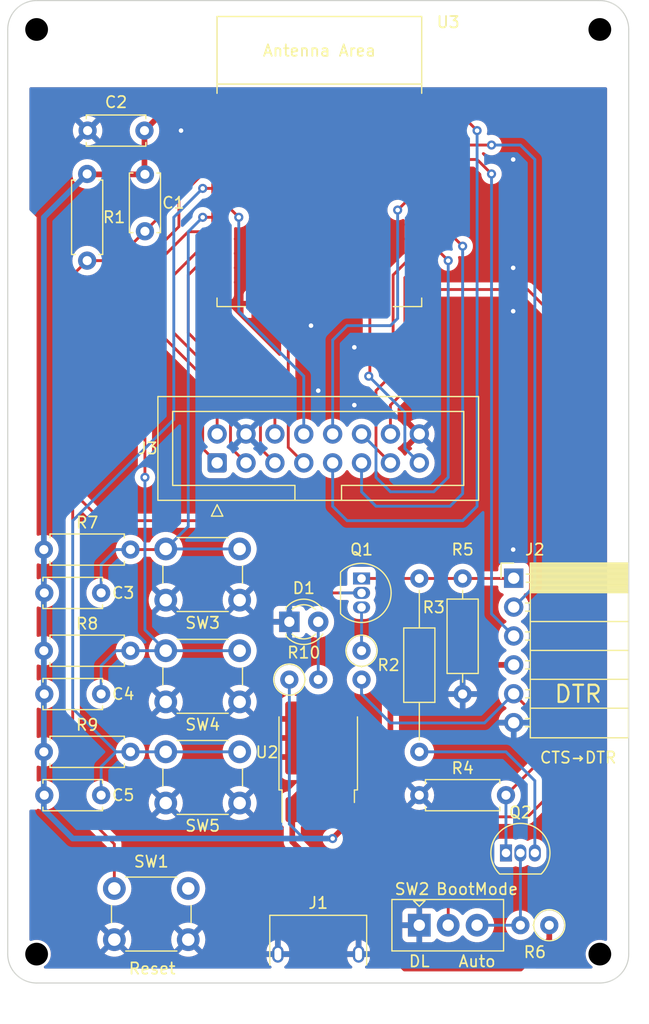
<source format=kicad_pcb>
(kicad_pcb (version 20221018) (generator pcbnew)
  (layers (0 "F.Cu" signal) (31 "B.Cu" signal) (34 "B.Paste" user) (35 "F.Paste" user) (36 "B.SilkS" user "B.Silkscreen") (37 "F.SilkS" user "F.Silkscreen") (38 "B.Mask" user) (39 "F.Mask" user) (44 "Edge.Cuts" user))
  (net 0 "")
  (net 1 "+3V3")
  (net 2 "Net-(Q2-C)")
  (net 3 "IO32")
  (net 4 "GND")
  (net 5 "EN")
  (net 6 "RX")
  (net 7 "TX")
  (net 8 "RTS")
  (net 9 "IO25")
  (net 10 "IO26")
  (net 11 "IO27")
  (net 12 "IO23")
  (net 13 "IO12")
  (net 14 "IO16")
  (net 15 "IO17")
  (net 16 "IO15")
  (net 17 "IO34")
  (net 18 "IO35")
  (net 19 "IO33")
  (net 20 "Net-(SW2A-B)")
  (net 21 "IO14")
  (net 22 "IO13")
  (net 23 "IO19")
  (net 24 "5V")
  (net 25 "IO4")
  (net 26 "IO5")
  (net 27 "DTR")
  (net 28 "Net-(Q1-B)")
  (net 29 "Net-(Q2-B)")
  (net 30 "Net-(D1-A)")
  (footprint "Resistor_THT:R_Axial_DIN0207_L6.3mm_D2.5mm_P2.54mm_Vertical" (layer "F.Cu") (at 67.31 82.55 -90)
    (fp_text reference "R2" (at 1.27 -2.37 -180) (layer "F.SilkS"))
    (fp_text value "47k")
    (pad "1" thru_hole circle (at 0 0 270) (size 1.6 1.6) (drill 0.8) (layers "*.Cu" "*.Mask") (net 28 "Net-(Q1-B)"))
    (pad "2" thru_hole oval (at 2.54 0 270) (size 1.6 1.6) (drill 0.8) (layers "*.Cu" "*.Mask") (net 27 "DTR"))
  )
  (footprint "Drill_Hole:Hole_M2" (layer "F.Cu") (at 38.735 109.22)
    (fp_text reference "REF**" hide)
    (fp_text value "Hole_M2")
    (pad "" np_thru_hole circle (at 0 0) (size 2 2) (drill 2) (layers "*.Mask"))
  )
  (footprint "Button_Switch_THT:SW_PUSH_6mm" (layer "F.Cu") (at 52.07 107.95 180)
    (fp_text reference "SW1" (at 3.25 6.858) (layer "F.SilkS"))
    (fp_text value "SW_Push")
    (fp_text user "Reset" (at 3.175 -2.54 unlocked) (layer "F.SilkS"))
    (pad "1" thru_hole circle (at 0 0 270) (size 2 2) (drill 1.1) (layers "*.Cu" "*.Mask") (net 4 "GND"))
    (pad "1" thru_hole circle (at 6.5 0 270) (size 2 2) (drill 1.1) (layers "*.Cu" "*.Mask") (net 4 "GND"))
    (pad "2" thru_hole circle (at 0 4.5 270) (size 2 2) (drill 1.1) (layers "*.Cu" "*.Mask") (net 5 "EN"))
    (pad "2" thru_hole circle (at 6.5 4.5 270) (size 2 2) (drill 1.1) (layers "*.Cu" "*.Mask") (net 5 "EN"))
  )
  (footprint "Button_Switch_THT:SW_Slide_1P2T_P2.54" (layer "F.Cu") (at 72.39 106.68)
    (fp_text reference "SW2" (at -0.635 -3.175) (layer "F.SilkS"))
    (fp_text value "SlideSW")
    (fp_text user "DL" (at 0 3.175 unlocked) (layer "F.SilkS"))
    (fp_text user "Auto" (at 5.08 3.175 unlocked) (layer "F.SilkS"))
    (fp_text user "BootMode" (at 5.08 -3.175 unlocked) (layer "F.SilkS"))
    (pad "1" thru_hole rect (at 0 0) (size 2 2) (drill 1) (layers "*.Cu" "*.Mask") (net 4 "GND"))
    (pad "2" thru_hole circle (at 2.54 0) (size 2 2) (drill 1) (layers "*.Cu" "*.Mask") (net 20 "Net-(SW2A-B)"))
    (pad "3" thru_hole circle (at 5.08 0) (size 2 2) (drill 1) (layers "*.Cu" "*.Mask") (net 2 "Net-(Q2-C)"))
  )
  (footprint "PCM_Espressif:ESP32-WROOM-32E" (layer "F.Cu") (at 63.6 41.3)
    (fp_text reference "U3" (at 11.33 -13.995) (layer "F.SilkS"))
    (fp_text value "ESP32-WROOM-32E")
    (fp_text user "Antenna Area" (at 0 -11.5) (layer "F.SilkS"))
    (pad "1" smd rect (at -8.75 -7.01) (size 1.5 0.9) (layers "F.Cu" "F.Paste" "F.Mask") (net 4 "GND"))
    (pad "2" smd rect (at -8.75 -5.74) (size 1.5 0.9) (layers "F.Cu" "F.Paste" "F.Mask") (net 1 "+3V3"))
    (pad "3" smd rect (at -8.75 -4.47) (size 1.5 0.9) (layers "F.Cu" "F.Paste" "F.Mask") (net 5 "EN"))
    (pad "4" smd rect (at -8.75 -3.2) (size 1.5 0.9) (layers "F.Cu" "F.Paste" "F.Mask"))
    (pad "5" smd rect (at -8.75 -1.93) (size 1.5 0.9) (layers "F.Cu" "F.Paste" "F.Mask"))
    (pad "6" smd rect (at -8.75 -0.66) (size 1.5 0.9) (layers "F.Cu" "F.Paste" "F.Mask") (net 17 "IO34"))
    (pad "7" smd rect (at -8.75 0.61) (size 1.5 0.9) (layers "F.Cu" "F.Paste" "F.Mask") (net 18 "IO35"))
    (pad "8" smd rect (at -8.75 1.88) (size 1.5 0.9) (layers "F.Cu" "F.Paste" "F.Mask") (net 3 "IO32"))
    (pad "9" smd rect (at -8.75 3.15) (size 1.5 0.9) (layers "F.Cu" "F.Paste" "F.Mask") (net 19 "IO33"))
    (pad "10" smd rect (at -8.75 4.42) (size 1.5 0.9) (layers "F.Cu" "F.Paste" "F.Mask") (net 9 "IO25"))
    (pad "11" smd rect (at -8.75 5.69) (size 1.5 0.9) (layers "F.Cu" "F.Paste" "F.Mask") (net 10 "IO26"))
    (pad "12" smd rect (at -8.75 6.96) (size 1.5 0.9) (layers "F.Cu" "F.Paste" "F.Mask") (net 11 "IO27"))
    (pad "13" smd rect (at -8.75 8.23) (size 1.5 0.9) (layers "F.Cu" "F.Paste" "F.Mask") (net 21 "IO14"))
    (pad "14" smd rect (at -8.75 9.5) (size 1.5 0.9) (layers "F.Cu" "F.Paste" "F.Mask") (net 13 "IO12"))
    (pad "15" smd rect (at -5.72 10.75 90) (size 1.5 0.9) (layers "F.Cu" "F.Paste" "F.Mask") (net 4 "GND"))
    (pad "16" smd rect (at -4.45 10.75 90) (size 1.5 0.9) (layers "F.Cu" "F.Paste" "F.Mask") (net 22 "IO13"))
    (pad "17" smd rect (at -3.18 10.75 90) (size 1.5 0.9) (layers "F.Cu" "F.Paste" "F.Mask"))
    (pad "18" smd rect (at -1.91 10.75 90) (size 1.5 0.9) (layers "F.Cu" "F.Paste" "F.Mask"))
    (pad "19" smd rect (at -0.64 10.75 90) (size 1.5 0.9) (layers "F.Cu" "F.Paste" "F.Mask"))
    (pad "20" smd rect (at 0.63 10.75 90) (size 1.5 0.9) (layers "F.Cu" "F.Paste" "F.Mask"))
    (pad "21" smd rect (at 1.9 10.75 90) (size 1.5 0.9) (layers "F.Cu" "F.Paste" "F.Mask"))
    (pad "22" smd rect (at 3.17 10.75 90) (size 1.5 0.9) (layers "F.Cu" "F.Paste" "F.Mask"))
    (pad "23" smd rect (at 4.44 10.75 90) (size 1.5 0.9) (layers "F.Cu" "F.Paste" "F.Mask") (net 16 "IO15"))
    (pad "24" smd rect (at 5.71 10.75 90) (size 1.5 0.9) (layers "F.Cu" "F.Paste" "F.Mask"))
    (pad "25" smd rect (at 8.75 9.5 180) (size 1.5 0.9) (layers "F.Cu" "F.Paste" "F.Mask") (net 20 "Net-(SW2A-B)"))
    (pad "26" smd rect (at 8.75 8.23 180) (size 1.5 0.9) (layers "F.Cu" "F.Paste" "F.Mask") (net 25 "IO4"))
    (pad "27" smd rect (at 8.75 6.96 180) (size 1.5 0.9) (layers "F.Cu" "F.Paste" "F.Mask") (net 14 "IO16"))
    (pad "28" smd rect (at 8.75 5.69 180) (size 1.5 0.9) (layers "F.Cu" "F.Paste" "F.Mask") (net 15 "IO17"))
    (pad "29" smd rect (at 8.75 4.42 180) (size 1.5 0.9) (layers "F.Cu" "F.Paste" "F.Mask") (net 26 "IO5"))
    (pad "30" smd rect (at 8.75 3.15 180) (size 1.5 0.9) (layers "F.Cu" "F.Paste" "F.Mask"))
    (pad "31" smd rect (at 8.75 1.88 180) (size 1.5 0.9) (layers "F.Cu" "F.Paste" "F.Mask") (net 23 "IO19"))
    (pad "32" smd rect (at 8.75 0.61 180) (size 1.5 0.9) (layers "F.Cu" "F.Paste" "F.Mask"))
    (pad "33" smd rect (at 8.75 -0.66 180) (size 1.5 0.9) (layers "F.Cu" "F.Paste" "F.Mask"))
    (pad "34" smd rect (at 8.75 -1.93 180) (size 1.5 0.9) (layers "F.Cu" "F.Paste" "F.Mask") (net 6 "RX"))
    (pad "35" smd rect (at 8.75 -3.2 180) (size 1.5 0.9) (layers "F.Cu" "F.Paste" "F.Mask") (net 7 "TX"))
    (pad "36" smd rect (at 8.75 -4.47 180) (size 1.5 0.9) (layers "F.Cu" "F.Paste" "F.Mask"))
    (pad "37" smd rect (at 8.75 -5.74 180) (size 1.5 0.9) (layers "F.Cu" "F.Paste" "F.Mask") (net 12 "IO23"))
    (pad "38" smd rect (at 8.75 -7.01 180) (size 1.5 0.9) (layers "F.Cu" "F.Paste" "F.Mask") (net 4 "GND"))
    (pad "39" smd rect (at -2.9 -0.69 180) (size 0.9 0.9) (layers "F.Cu" "F.Paste" "F.Mask") (net 4 "GND"))
    (pad "39" smd rect (at -2.9 -0.69 180) (size 0.9 0.9) (layers "F.Cu" "F.Paste" "F.Mask") (net 4 "GND"))
    (pad "39" smd rect (at -2.9 0.71 180) (size 0.9 0.9) (layers "F.Cu" "F.Paste" "F.Mask") (net 4 "GND"))
    (pad "39" smd rect (at -2.9 2.11 180) (size 0.9 0.9) (layers "F.Cu" "F.Paste" "F.Mask") (net 4 "GND"))
    (pad "39" smd rect (at -2.9 2.11 180) (size 0.9 0.9) (layers "F.Cu" "F.Paste" "F.Mask") (net 4 "GND"))
    (pad "39" smd rect (at -1.5 -0.69 180) (size 0.9 0.9) (layers "F.Cu" "F.Paste" "F.Mask") (net 4 "GND"))
    (pad "39" smd rect (at -1.5 0.71 180) (size 0.9 0.9) (layers "F.Cu" "F.Paste" "F.Mask") (net 4 "GND"))
    (pad "39" smd rect (at -1.5 2.11 180) (size 0.9 0.9) (layers "F.Cu" "F.Paste" "F.Mask") (net 4 "GND"))
    (pad "39" smd rect (at -1.5 2.11 180) (size 0.9 0.9) (layers "F.Cu" "F.Paste" "F.Mask") (net 4 "GND"))
    (pad "39" smd rect (at -0.1 -0.69 180) (size 0.9 0.9) (layers "F.Cu" "F.Paste" "F.Mask") (net 4 "GND"))
    (pad "39" smd rect (at -0.1 0.71 180) (size 0.9 0.9) (layers "F.Cu" "F.Paste" "F.Mask") (net 4 "GND"))
    (pad "39" smd rect (at -0.1 2.11 180) (size 0.9 0.9) (layers "F.Cu" "F.Paste" "F.Mask") (net 4 "GND"))
    (zone (net 0) (net_name "") (layers "*.Cu") (name "antenna keepout") (connect_pads (clearance 0)) (min_thickness 0.254)
      (keepout (tracks not_allowed) (vias not_allowed) (pads not_allowed) (copperpour not_allowed) (footprints not_allowed))
      (fill (thermal_gap 0.508) (thermal_bridge_width 0.508))
      (polygon (pts (xy 72.6 32.75) (xy 54.6 32.75) (xy 54.6 26.8) (xy 72.6 26.8)))
    )
  )
  (footprint "Capacitor_THT:C_Disc_D5.0mm_W2.5mm_P5.00mm" (layer "F.Cu") (at 39.41 86.36)
    (fp_text reference "C4" (at 6.945 0) (layer "F.SilkS"))
    (fp_text value "0.1u")
    (pad "1" thru_hole circle (at 0 0) (size 1.6 1.6) (drill 0.8) (layers "*.Cu" "*.Mask") (net 1 "+3V3"))
    (pad "2" thru_hole circle (at 5 0) (size 1.6 1.6) (drill 0.8) (layers "*.Cu" "*.Mask") (net 17 "IO34"))
  )
  (footprint "Capacitor_THT:C_Disc_D5.0mm_W2.5mm_P5.00mm" (layer "F.Cu") (at 43.22 36.83)
    (fp_text reference "C2" (at 2.5 -2.5) (layer "F.SilkS"))
    (fp_text value "0.1u")
    (pad "1" thru_hole circle (at 0 0) (size 1.6 1.6) (drill 0.8) (layers "*.Cu" "*.Mask") (net 4 "GND"))
    (pad "2" thru_hole circle (at 5 0) (size 1.6 1.6) (drill 0.8) (layers "*.Cu" "*.Mask") (net 1 "+3V3"))
  )
  (footprint "Connector_USB:USB_Micro-B_Useconn_RUSB-2B-D14NI-S306_Horizontal" (layer "F.Cu") (at 63.5 109.22)
    (fp_text reference "J1" (at 0 -4.5) (layer "F.SilkS"))
    (fp_text value "USB_B_Micro")
    (pad "1" smd roundrect (at -1.3 -5.9) (size 0.9 4.5) (layers "F.Cu" "F.Paste" "F.Mask") (net 24 "5V"))
    (pad "5" smd roundrect (at 1.3 -5.9) (size 0.9 4.5) (layers "F.Cu" "F.Paste" "F.Mask") (net 4 "GND"))
    (pad "6" thru_hole oval (at -3.55 0 90) (size 1.5 1) (drill oval 1.1 0.6) (layers "*.Cu" "*.Mask" "F.Paste") (net 4 "GND"))
    (pad "6" thru_hole oval (at 3.55 0 90) (size 1.5 1) (drill oval 1.1 0.6) (layers "*.Cu" "*.Mask" "F.Paste") (net 4 "GND"))
  )
  (footprint "Resistor_THT:R_Axial_DIN0207_L6.3mm_D2.5mm_P2.54mm_Vertical" (layer "F.Cu") (at 83.82 106.68 180)
    (fp_text reference "R6" (at 1.27 -2.37) (layer "F.SilkS"))
    (fp_text value "10k")
    (pad "1" thru_hole circle (at 0 0 180) (size 1.6 1.6) (drill 0.8) (layers "*.Cu" "*.Mask") (net 1 "+3V3"))
    (pad "2" thru_hole oval (at 2.54 0 180) (size 1.6 1.6) (drill 0.8) (layers "*.Cu" "*.Mask") (net 2 "Net-(Q2-C)"))
  )
  (footprint "Capacitor_THT:C_Disc_D5.0mm_W2.5mm_P5.00mm" (layer "F.Cu") (at 39.41 77.47)
    (fp_text reference "C3" (at 6.945 0) (layer "F.SilkS"))
    (fp_text value "0.1u")
    (pad "1" thru_hole circle (at 0 0) (size 1.6 1.6) (drill 0.8) (layers "*.Cu" "*.Mask") (net 1 "+3V3"))
    (pad "2" thru_hole circle (at 5 0) (size 1.6 1.6) (drill 0.8) (layers "*.Cu" "*.Mask") (net 19 "IO33"))
  )
  (footprint "Capacitor_THT:C_Disc_D5.0mm_W2.5mm_P5.00mm" (layer "F.Cu") (at 39.41 95.25)
    (fp_text reference "C5" (at 6.945 0) (layer "F.SilkS"))
    (fp_text value "0.1u")
    (pad "1" thru_hole circle (at 0 0) (size 1.6 1.6) (drill 0.8) (layers "*.Cu" "*.Mask") (net 1 "+3V3"))
    (pad "2" thru_hole circle (at 5 0) (size 1.6 1.6) (drill 0.8) (layers "*.Cu" "*.Mask") (net 18 "IO35"))
  )
  (footprint "Drill_Hole:Hole_M2" (layer "F.Cu") (at 88.265 109.22)
    (fp_text reference "REF**" hide)
    (fp_text value "Hole_M2")
    (pad "" np_thru_hole circle (at 0 0) (size 2 2) (drill 2) (layers "*.Mask"))
  )
  (footprint "LED_THT:LED_D3.0mm_IRBlack" (layer "F.Cu") (at 60.96 80.01)
    (fp_text reference "D1" (at 1.27 -2.96) (layer "F.SilkS"))
    (fp_text value "OSB5YU3Z74A")
    (pad "1" thru_hole rect (at 0 0) (size 1.8 1.8) (drill 0.9) (layers "*.Cu" "*.Mask") (net 4 "GND"))
    (pad "2" thru_hole circle (at 2.54 0) (size 1.8 1.8) (drill 0.9) (layers "*.Cu" "*.Mask") (net 30 "Net-(D1-A)"))
  )
  (footprint "Button_Switch_THT:SW_PUSH_6mm" (layer "F.Cu") (at 56.59 95.94 180)
    (fp_text reference "SW5" (at 3.25 -2) (layer "F.SilkS"))
    (fp_text value "SW_Push")
    (pad "1" thru_hole circle (at 0 0 270) (size 2 2) (drill 1.1) (layers "*.Cu" "*.Mask") (net 4 "GND"))
    (pad "1" thru_hole circle (at 6.5 0 270) (size 2 2) (drill 1.1) (layers "*.Cu" "*.Mask") (net 4 "GND"))
    (pad "2" thru_hole circle (at 0 4.5 270) (size 2 2) (drill 1.1) (layers "*.Cu" "*.Mask") (net 18 "IO35"))
    (pad "2" thru_hole circle (at 6.5 4.5 270) (size 2 2) (drill 1.1) (layers "*.Cu" "*.Mask") (net 18 "IO35"))
  )
  (footprint "Connector_IDC:IDC-Header_2x08_P2.54mm_Vertical" (layer "F.Cu") (at 54.61 66.04 90)
    (fp_text reference "J3" (at 1.27 -6.1 180) (layer "F.SilkS"))
    (fp_text value "Box_PinSocket_16P")
    (pad "1" thru_hole roundrect (at 0 0 90) (size 1.7 1.7) (drill 1) (layers "*.Cu" "*.Mask") (roundrect_rratio 0.1470588235) (net 9 "IO25"))
    (pad "2" thru_hole circle (at 2.54 0 90) (size 1.7 1.7) (drill 1) (layers "*.Cu" "*.Mask") (net 10 "IO26"))
    (pad "3" thru_hole circle (at 0 2.54 90) (size 1.7 1.7) (drill 1) (layers "*.Cu" "*.Mask") (net 11 "IO27"))
    (pad "4" thru_hole circle (at 2.54 2.54 90) (size 1.7 1.7) (drill 1) (layers "*.Cu" "*.Mask") (net 4 "GND"))
    (pad "5" thru_hole circle (at 0 5.08 90) (size 1.7 1.7) (drill 1) (layers "*.Cu" "*.Mask") (net 21 "IO14"))
    (pad "6" thru_hole circle (at 2.54 5.08 90) (size 1.7 1.7) (drill 1) (layers "*.Cu" "*.Mask") (net 13 "IO12"))
    (pad "7" thru_hole circle (at 0 7.62 90) (size 1.7 1.7) (drill 1) (layers "*.Cu" "*.Mask") (net 22 "IO13"))
    (pad "8" thru_hole circle (at 2.54 7.62 90) (size 1.7 1.7) (drill 1) (layers "*.Cu" "*.Mask") (net 3 "IO32"))
    (pad "9" thru_hole circle (at 0 10.16 90) (size 1.7 1.7) (drill 1) (layers "*.Cu" "*.Mask") (net 12 "IO23"))
    (pad "10" thru_hole circle (at 2.54 10.16 90) (size 1.7 1.7) (drill 1) (layers "*.Cu" "*.Mask") (net 23 "IO19"))
    (pad "11" thru_hole circle (at 0 12.7 90) (size 1.7 1.7) (drill 1) (layers "*.Cu" "*.Mask") (net 26 "IO5"))
    (pad "12" thru_hole circle (at 2.54 12.7 90) (size 1.7 1.7) (drill 1) (layers "*.Cu" "*.Mask") (net 15 "IO17"))
    (pad "13" thru_hole circle (at 0 15.24 90) (size 1.7 1.7) (drill 1) (layers "*.Cu" "*.Mask") (net 14 "IO16"))
    (pad "14" thru_hole circle (at 2.54 15.24 90) (size 1.7 1.7) (drill 1) (layers "*.Cu" "*.Mask") (net 25 "IO4"))
    (pad "15" thru_hole circle (at 0 17.78 90) (size 1.7 1.7) (drill 1) (layers "*.Cu" "*.Mask") (net 16 "IO15"))
    (pad "16" thru_hole circle (at 2.54 17.78 90) (size 1.7 1.7) (drill 1) (layers "*.Cu" "*.Mask") (net 4 "GND"))
  )
  (footprint "Resistor_THT:R_Axial_DIN0207_L6.3mm_D2.5mm_P7.62mm_Horizontal" (layer "F.Cu") (at 39.37 73.66)
    (fp_text reference "R7" (at 3.81 -2.37) (layer "F.SilkS"))
    (fp_text value "10k")
    (pad "1" thru_hole circle (at 0 0) (size 1.6 1.6) (drill 0.8) (layers "*.Cu" "*.Mask") (net 1 "+3V3"))
    (pad "2" thru_hole oval (at 7.62 0) (size 1.6 1.6) (drill 0.8) (layers "*.Cu" "*.Mask") (net 19 "IO33"))
  )
  (footprint "Resistor_THT:R_Axial_DIN0207_L6.3mm_D2.5mm_P10.16mm_Horizontal" (layer "F.Cu") (at 76.2 76.2 -90)
    (fp_text reference "R5" (at -2.54 0) (layer "F.SilkS"))
    (fp_text value "470k")
    (pad "1" thru_hole circle (at 0 0 270) (size 1.6 1.6) (drill 0.8) (layers "*.Cu" "*.Mask") (net 8 "RTS"))
    (pad "2" thru_hole oval (at 10.16 0 270) (size 1.6 1.6) (drill 0.8) (layers "*.Cu" "*.Mask") (net 4 "GND"))
  )
  (footprint "Connector_PinSocket_2.54mm:PinSocket_1x06_P2.54mm_Horizontal" (layer "F.Cu") (at 80.69 88.875 180)
    (fp_text reference "J2" (at -1.86 15.215) (layer "F.SilkS"))
    (fp_text value "Conn_01x06_Socket")
    (fp_text user "DTR" (at -5.67 2.515 unlocked) (layer "F.SilkS") (effects (font (size 1.5 1.5) (thickness 0.2))))
    (fp_text user "CTS→DTR" (at -5.67 -3.073 unlocked) (layer "F.SilkS"))
    (pad "1" thru_hole rect (at 0 12.7 180) (size 1.7 1.7) (drill 1) (layers "*.Cu" "*.Mask") (net 8 "RTS"))
    (pad "2" thru_hole oval (at 0 10.16 180) (size 1.7 1.7) (drill 1) (layers "*.Cu" "*.Mask") (net 7 "TX"))
    (pad "3" thru_hole oval (at 0 7.62 180) (size 1.7 1.7) (drill 1) (layers "*.Cu" "*.Mask") (net 6 "RX"))
    (pad "4" thru_hole oval (at 0 5.08 180) (size 1.7 1.7) (drill 1) (layers "*.Cu" "*.Mask") (net 24 "5V"))
    (pad "5" thru_hole oval (at 0 2.54 180) (size 1.7 1.7) (drill 1) (layers "*.Cu" "*.Mask") (net 27 "DTR"))
    (pad "6" thru_hole oval (at 0 0 180) (size 1.7 1.7) (drill 1) (layers "*.Cu" "*.Mask") (net 4 "GND"))
  )
  (footprint "Button_Switch_THT:SW_PUSH_6mm" (layer "F.Cu") (at 56.59 78.105 180)
    (fp_text reference "SW3" (at 3.25 -2) (layer "F.SilkS"))
    (fp_text value "SW_Push")
    (pad "1" thru_hole circle (at 0 0 270) (size 2 2) (drill 1.1) (layers "*.Cu" "*.Mask") (net 4 "GND"))
    (pad "1" thru_hole circle (at 6.5 0 270) (size 2 2) (drill 1.1) (layers "*.Cu" "*.Mask") (net 4 "GND"))
    (pad "2" thru_hole circle (at 0 4.5 270) (size 2 2) (drill 1.1) (layers "*.Cu" "*.Mask") (net 19 "IO33"))
    (pad "2" thru_hole circle (at 6.5 4.5 270) (size 2 2) (drill 1.1) (layers "*.Cu" "*.Mask") (net 19 "IO33"))
  )
  (footprint "Resistor_THT:R_Axial_DIN0207_L6.3mm_D2.5mm_P7.62mm_Horizontal" (layer "F.Cu") (at 43.18 40.64 -90)
    (fp_text reference "R1" (at 3.81 -2.37 -180) (layer "F.SilkS"))
    (fp_text value "10k")
    (pad "1" thru_hole circle (at 0 0 270) (size 1.6 1.6) (drill 0.8) (layers "*.Cu" "*.Mask") (net 1 "+3V3"))
    (pad "2" thru_hole oval (at 7.62 0 270) (size 1.6 1.6) (drill 0.8) (layers "*.Cu" "*.Mask") (net 5 "EN"))
  )
  (footprint "Capacitor_THT:C_Disc_D5.0mm_W2.5mm_P5.00mm" (layer "F.Cu") (at 48.26 40.68 -90)
    (fp_text reference "C1" (at 2.5 -2.5 -180) (layer "F.SilkS"))
    (fp_text value "0.1u")
    (pad "1" thru_hole circle (at 0 0 270) (size 1.6 1.6) (drill 0.8) (layers "*.Cu" "*.Mask") (net 1 "+3V3"))
    (pad "2" thru_hole circle (at 5 0 270) (size 1.6 1.6) (drill 0.8) (layers "*.Cu" "*.Mask") (net 5 "EN"))
  )
  (footprint "Resistor_THT:R_Axial_DIN0207_L6.3mm_D2.5mm_P7.62mm_Horizontal" (layer "F.Cu") (at 72.39 95.25)
    (fp_text reference "R4" (at 3.81 -2.37) (layer "F.SilkS"))
    (fp_text value "470k")
    (pad "1" thru_hole circle (at 0 0) (size 1.6 1.6) (drill 0.8) (layers "*.Cu" "*.Mask") (net 4 "GND"))
    (pad "2" thru_hole oval (at 7.62 0) (size 1.6 1.6) (drill 0.8) (layers "*.Cu" "*.Mask") (net 27 "DTR"))
  )
  (footprint "Drill_Hole:Hole_M2" (layer "F.Cu") (at 38.735 27.94)
    (fp_text reference "REF**" hide)
    (fp_text value "Hole_M2")
    (pad "" np_thru_hole circle (at 0 0) (size 2 2) (drill 2) (layers "*.Mask"))
  )
  (footprint "Resistor_THT:R_Axial_DIN0207_L6.3mm_D2.5mm_P7.62mm_Horizontal" (layer "F.Cu") (at 39.37 82.55)
    (fp_text reference "R8" (at 3.81 -2.37) (layer "F.SilkS"))
    (fp_text value "10k")
    (pad "1" thru_hole circle (at 0 0) (size 1.6 1.6) (drill 0.8) (layers "*.Cu" "*.Mask") (net 1 "+3V3"))
    (pad "2" thru_hole oval (at 7.62 0) (size 1.6 1.6) (drill 0.8) (layers "*.Cu" "*.Mask") (net 17 "IO34"))
  )
  (footprint "Resistor_THT:R_Axial_DIN0207_L6.3mm_D2.5mm_P2.54mm_Vertical" (layer "F.Cu") (at 60.96 85.09)
    (fp_text reference "R10" (at 1.27 -2.37) (layer "F.SilkS"))
    (fp_text value "22")
    (pad "1" thru_hole circle (at 0 0) (size 1.6 1.6) (drill 0.8) (layers "*.Cu" "*.Mask") (net 1 "+3V3"))
    (pad "2" thru_hole oval (at 2.54 0) (size 1.6 1.6) (drill 0.8) (layers "*.Cu" "*.Mask") (net 30 "Net-(D1-A)"))
  )
  (footprint "Drill_Hole:Hole_M2" (layer "F.Cu") (at 88.265 27.94)
    (fp_text reference "REF**" hide)
    (fp_text value "Hole_M2")
    (pad "" np_thru_hole circle (at 0 0) (size 2 2) (drill 2) (layers "*.Mask"))
  )
  (footprint "Package_TO_SOT_SMD:TO-252-3_TabPin2" (layer "F.Cu") (at 63.5 91.48 90)
    (fp_text reference "U2" (at 0 -4.5 180) (layer "F.SilkS"))
    (fp_text value "NJM2845DL1-33")
    (pad "1" smd roundrect (at -5.04 -2.28 90) (size 2.2 1.2) (layers "F.Cu" "F.Paste" "F.Mask") (roundrect_rratio 0.2083333333) (net 24 "5V"))
    (pad "2" smd roundrect (at -5.04 0 90) (size 2.2 1.2) (layers "F.Cu" "F.Paste" "F.Mask") (roundrect_rratio 0.2083333333) (net 4 "GND"))
    (pad "2" smd roundrect (at -0.415 -1.525 90) (size 3.05 2.75) (layers "F.Cu" "F.Paste") (roundrect_rratio 0.09090909091) (net 4 "GND"))
    (pad "2" smd roundrect (at -0.415 1.525 90) (size 3.05 2.75) (layers "F.Cu" "F.Paste") (roundrect_rratio 0.09090909091) (net 4 "GND"))
    (pad "2" smd roundrect (at 1.26 0 90) (size 6.4 5.8) (layers "F.Cu" "F.Mask") (roundrect_rratio 0.04310293103) (net 4 "GND"))
    (pad "2" smd roundrect (at 2.935 -1.525 90) (size 3.05 2.75) (layers "F.Cu" "F.Paste") (roundrect_rratio 0.09090909091) (net 4 "GND"))
    (pad "2" smd roundrect (at 2.935 1.525 90) (size 3.05 2.75) (layers "F.Cu" "F.Paste") (roundrect_rratio 0.09090909091) (net 4 "GND"))
    (pad "3" smd roundrect (at -5.04 2.28 90) (size 2.2 1.2) (layers "F.Cu" "F.Paste" "F.Mask") (roundrect_rratio 0.2083333333) (net 1 "+3V3"))
  )
  (footprint "Resistor_THT:R_Axial_DIN0207_L6.3mm_D2.5mm_P7.62mm_Horizontal" (layer "F.Cu") (at 39.37 91.44)
    (fp_text reference "R9" (at 3.81 -2.37) (layer "F.SilkS"))
    (fp_text value "10k")
    (pad "1" thru_hole circle (at 0 0) (size 1.6 1.6) (drill 0.8) (layers "*.Cu" "*.Mask") (net 1 "+3V3"))
    (pad "2" thru_hole oval (at 7.62 0) (size 1.6 1.6) (drill 0.8) (layers "*.Cu" "*.Mask") (net 18 "IO35"))
  )
  (footprint "Package_TO_SOT_THT:TO-92_Inline" (layer "F.Cu") (at 67.31 76.2 -90)
    (fp_text reference "Q1" (at -2.54 0 -180) (layer "F.SilkS"))
    (fp_text value "2SC1815")
    (pad "1" thru_hole rect (at 0 0 270) (size 1.05 1.5) (drill 0.75) (layers "*.Cu" "*.Mask") (net 8 "RTS"))
    (pad "2" thru_hole oval (at 1.27 0 270) (size 1.05 1.5) (drill 0.75) (layers "*.Cu" "*.Mask") (net 5 "EN"))
    (pad "3" thru_hole oval (at 2.54 0 270) (size 1.05 1.5) (drill 0.75) (layers "*.Cu" "*.Mask") (net 28 "Net-(Q1-B)"))
  )
  (footprint "Button_Switch_THT:SW_PUSH_6mm" (layer "F.Cu") (at 56.59 87.05 180)
    (fp_text reference "SW4" (at 3.25 -2) (layer "F.SilkS"))
    (fp_text value "SW_Push")
    (pad "1" thru_hole circle (at 0 0 270) (size 2 2) (drill 1.1) (layers "*.Cu" "*.Mask") (net 4 "GND"))
    (pad "1" thru_hole circle (at 6.5 0 270) (size 2 2) (drill 1.1) (layers "*.Cu" "*.Mask") (net 4 "GND"))
    (pad "2" thru_hole circle (at 0 4.5 270) (size 2 2) (drill 1.1) (layers "*.Cu" "*.Mask") (net 17 "IO34"))
    (pad "2" thru_hole circle (at 6.5 4.5 270) (size 2 2) (drill 1.1) (layers "*.Cu" "*.Mask") (net 17 "IO34"))
  )
  (footprint "Package_TO_SOT_THT:TO-92_Inline" (layer "F.Cu") (at 80.01 100.33)
    (fp_text reference "Q2" (at 1.27 -3.56) (layer "F.SilkS"))
    (fp_text value "2SC1815")
    (pad "1" thru_hole rect (at 0 0) (size 1.05 1.5) (drill 0.75) (layers "*.Cu" "*.Mask") (net 27 "DTR"))
    (pad "2" thru_hole oval (at 1.27 0) (size 1.05 1.5) (drill 0.75) (layers "*.Cu" "*.Mask") (net 2 "Net-(Q2-C)"))
    (pad "3" thru_hole oval (at 2.54 0) (size 1.05 1.5) (drill 0.75) (layers "*.Cu" "*.Mask") (net 29 "Net-(Q2-B)"))
  )
  (footprint "Resistor_THT:R_Axial_DIN0207_L6.3mm_D2.5mm_P15.24mm_Horizontal" (layer "F.Cu") (at 72.39 91.44 90)
    (fp_text reference "R3" (at 12.7 1.27 180) (layer "F.SilkS"))
    (fp_text value "47k")
    (pad "1" thru_hole circle (at 0 0 90) (size 1.6 1.6) (drill 0.8) (layers "*.Cu" "*.Mask") (net 29 "Net-(Q2-B)"))
    (pad "2" thru_hole oval (at 15.24 0 90) (size 1.6 1.6) (drill 0.8) (layers "*.Cu" "*.Mask") (net 8 "RTS"))
  )
  (gr_line (start 88.265 111.76) (end 38.735 111.76) (stroke (width 0.1)) (layer "Edge.Cuts"))
  (gr_arc (start 88.265 25.4) (mid 90.061051 26.143949) (end 90.805 27.94) (stroke (width 0.1)) (layer "Edge.Cuts"))
  (gr_arc (start 38.735 111.76) (mid 36.938949 111.016051) (end 36.195 109.22) (stroke (width 0.1)) (layer "Edge.Cuts"))
  (gr_arc (start 90.805 109.22) (mid 90.061051 111.016051) (end 88.265 111.76) (stroke (width 0.1)) (layer "Edge.Cuts"))
  (gr_line (start 90.805 27.94) (end 90.805 109.22) (stroke (width 0.1)) (layer "Edge.Cuts"))
  (gr_arc (start 36.195 27.94) (mid 36.938949 26.143949) (end 38.735 25.4) (stroke (width 0.1)) (layer "Edge.Cuts"))
  (gr_line (start 38.735 25.4) (end 88.265 25.4) (stroke (width 0.1)) (layer "Edge.Cuts"))
  (gr_line (start 36.195 109.22) (end 36.195 27.94) (stroke (width 0.1)) (layer "Edge.Cuts"))
  (segment (start 43.22 40.68) (end 43.18 40.64) (width 0.25) (layer "F.Cu") (net 1))
  (segment (start 48.22 36.83) (end 48.22 40.64) (width 0.5) (layer "F.Cu") (net 1))
  (segment (start 81.28 110.49) (end 83.82 107.95) (width 0.5) (layer "F.Cu") (net 1))
  (segment (start 48.26 40.68) (end 43.22 40.68) (width 0.5) (layer "F.Cu") (net 1))
  (segment (start 65.78 96.52) (end 65.78 98.05) (width 0.5) (layer "F.Cu") (net 1))
  (segment (start 54.85 35.56) (end 49.49 35.56) (width 0.5) (layer "F.Cu") (net 1))
  (segment (start 71.12 110.49) (end 81.28 110.49) (width 0.5) (layer "F.Cu") (net 1))
  (segment (start 48.22 40.64) (end 48.26 40.68) (width 0.25) (layer "F.Cu") (net 1))
  (segment (start 65.78 98.05) (end 64.77 99.06) (width 0.5) (layer "F.Cu") (net 1))
  (segment (start 65.78 96.52) (end 65.78 97.53) (width 0.25) (layer "F.Cu") (net 1))
  (segment (start 83.82 107.95) (end 83.82 106.68) (width 0.5) (layer "F.Cu") (net 1))
  (segment (start 65.78 97.53) (end 68.58 100.33) (width 0.5) (layer "F.Cu") (net 1))
  (segment (start 49.49 35.56) (end 48.22 36.83) (width 0.5) (layer "F.Cu") (net 1))
  (segment (start 68.58 100.33) (end 68.58 107.95) (width 0.5) (layer "F.Cu") (net 1))
  (segment (start 68.58 107.95) (end 71.12 110.49) (width 0.5) (layer "F.Cu") (net 1))
  (via (at 64.77 99.06) (size 0.8) (drill 0.4) (layers "F.Cu" "B.Cu") (net 1))
  (segment (start 64.77 99.06) (end 63.5 99.06) (width 0.5) (layer "B.Cu") (net 1))
  (segment (start 39.37 96.52) (end 39.37 44.45) (width 0.5) (layer "B.Cu") (net 1))
  (segment (start 60.96 85.09) (end 60.96 97.79) (width 0.25) (layer "B.Cu") (net 1))
  (segment (start 63.5 99.06) (end 43.18 99.06) (width 0.5) (layer "B.Cu") (net 1))
  (segment (start 41.91 99.06) (end 39.37 96.52) (width 0.5) (layer "B.Cu") (net 1))
  (segment (start 60.96 97.79) (end 62.23 99.06) (width 0.25) (layer "B.Cu") (net 1))
  (segment (start 39.37 44.45) (end 43.18 40.64) (width 0.5) (layer "B.Cu") (net 1))
  (segment (start 43.18 99.06) (end 41.91 99.06) (width 0.5) (layer "B.Cu") (net 1))
  (segment (start 81.28 106.68) (end 77.47 106.68) (width 0.25) (layer "B.Cu") (net 2))
  (segment (start 81.28 106.68) (end 81.28 100.33) (width 0.25) (layer "B.Cu") (net 2))
  (segment (start 54.85 43.18) (end 55.245 43.18) (width 0.25) (layer "F.Cu") (net 3))
  (segment (start 55.245 43.18) (end 56.515 44.45) (width 0.25) (layer "F.Cu") (net 3))
  (via (at 56.515 44.45) (size 0.8) (drill 0.4) (layers "F.Cu" "B.Cu") (net 3))
  (segment (start 56.515 44.45) (end 56.515 52.705) (width 0.25) (layer "B.Cu") (net 3))
  (segment (start 62.23 58.42) (end 62.23 63.5) (width 0.25) (layer "B.Cu") (net 3))
  (segment (start 56.515 52.705) (end 62.23 58.42) (width 0.25) (layer "B.Cu") (net 3))
  (via (at 80.645 48.895) (size 0.8) (drill 0.4) (layers "F.Cu" "B.Cu") (net 4))
  (via (at 80.645 52.705) (size 0.8) (drill 0.4) (layers "F.Cu" "B.Cu") (net 4))
  (via (at 80.645 73.66) (size 0.8) (drill 0.4) (layers "F.Cu" "B.Cu") (net 4))
  (via (at 80.645 39.37) (size 0.8) (drill 0.4) (layers "F.Cu" "B.Cu") (net 4))
  (via (at 62.865 53.975) (size 0.8) (drill 0.4) (layers "F.Cu" "B.Cu") (net 4))
  (via (at 51.435 36.83) (size 0.8) (drill 0.4) (layers "F.Cu" "B.Cu") (net 4))
  (via (at 63.5 59.69) (size 0.8) (drill 0.4) (layers "F.Cu" "B.Cu") (net 4))
  (via (at 66.675 55.88) (size 0.8) (drill 0.4) (layers "F.Cu" "B.Cu") (net 4))
  (via (at 66.675 60.96) (size 0.8) (drill 0.4) (layers "F.Cu" "B.Cu") (net 4))
  (segment (start 44.45 71.12) (end 41.91 68.58) (width 0.25) (layer "F.Cu") (net 5))
  (segment (start 67.31 77.47) (end 64.77 77.47) (width 0.25) (layer "F.Cu") (net 5))
  (segment (start 50.76 43.18) (end 50.8 43.18) (width 0.25) (layer "F.Cu") (net 5))
  (segment (start 43.18 48.26) (end 45.68 48.26) (width 0.25) (layer "F.Cu") (net 5))
  (segment (start 64.77 77.47) (end 58.42 71.12) (width 0.25) (layer "F.Cu") (net 5))
  (segment (start 45.57 99.545) (end 45.57 103.45) (width 0.25) (layer "F.Cu") (net 5))
  (segment (start 48.26 45.68) (end 50.76 43.18) (width 0.25) (layer "F.Cu") (net 5))
  (segment (start 41.91 49.53) (end 41.91 68.58) (width 0.25) (layer "F.Cu") (net 5))
  (segment (start 53.34 36.83) (end 54.85 36.83) (width 0.25) (layer "F.Cu") (net 5))
  (segment (start 41.91 68.58) (end 41.91 95.885) (width 0.25) (layer "F.Cu") (net 5))
  (segment (start 58.42 71.12) (end 44.45 71.12) (width 0.25) (layer "F.Cu") (net 5))
  (segment (start 45.68 48.26) (end 48.26 45.68) (width 0.25) (layer "F.Cu") (net 5))
  (segment (start 41.91 95.885) (end 45.57 99.545) (width 0.25) (layer "F.Cu") (net 5))
  (segment (start 50.8 39.37) (end 53.34 36.83) (width 0.25) (layer "F.Cu") (net 5))
  (segment (start 43.18 48.26) (end 41.91 49.53) (width 0.25) (layer "F.Cu") (net 5))
  (segment (start 50.8 43.18) (end 50.8 39.37) (width 0.25) (layer "F.Cu") (net 5))
  (segment (start 65.405 77.47) (end 67.31 77.47) (width 0.25) (layer "B.Cu") (net 5))
  (segment (start 77.47 39.37) (end 78.74 40.64) (width 0.25) (layer "F.Cu") (net 6))
  (segment (start 72.35 39.37) (end 77.47 39.37) (width 0.25) (layer "F.Cu") (net 6))
  (via (at 78.74 40.64) (size 0.8) (drill 0.4) (layers "F.Cu" "B.Cu") (net 6))
  (segment (start 78.74 40.64) (end 78.74 79.305) (width 0.25) (layer "B.Cu") (net 6))
  (segment (start 78.74 79.305) (end 80.69 81.255) (width 0.25) (layer "B.Cu") (net 6))
  (segment (start 78.74 38.1) (end 72.35 38.1) (width 0.25) (layer "F.Cu") (net 7))
  (via (at 78.74 38.1) (size 0.8) (drill 0.4) (layers "F.Cu" "B.Cu") (net 7))
  (segment (start 82.55 76.855) (end 80.69 78.715) (width 0.25) (layer "B.Cu") (net 7))
  (segment (start 81.28 38.1) (end 82.55 39.37) (width 0.25) (layer "B.Cu") (net 7))
  (segment (start 82.55 39.37) (end 82.55 76.855) (width 0.25) (layer "B.Cu") (net 7))
  (segment (start 78.74 38.1) (end 81.28 38.1) (width 0.25) (layer "B.Cu") (net 7))
  (segment (start 72.39 76.2) (end 67.31 76.2) (width 0.25) (layer "F.Cu") (net 8))
  (segment (start 76.2 76.2) (end 80.665 76.2) (width 0.25) (layer "F.Cu") (net 8))
  (segment (start 72.39 76.2) (end 76.2 76.2) (width 0.25) (layer "F.Cu") (net 8))
  (segment (start 80.665 76.2) (end 80.69 76.175) (width 0.25) (layer "B.Cu") (net 8))
  (segment (start 53.34 58.42) (end 49.53 54.61) (width 0.25) (layer "F.Cu") (net 9))
  (segment (start 49.53 48.26) (end 52.07 45.72) (width 0.25) (layer "F.Cu") (net 9))
  (segment (start 54.61 66.04) (end 53.34 64.77) (width 0.25) (layer "F.Cu") (net 9))
  (segment (start 53.34 64.77) (end 53.34 58.42) (width 0.25) (layer "F.Cu") (net 9))
  (segment (start 52.07 45.72) (end 54.85 45.72) (width 0.25) (layer "F.Cu") (net 9))
  (segment (start 49.53 54.61) (end 49.53 48.26) (width 0.25) (layer "F.Cu") (net 9))
  (segment (start 54.61 58.42) (end 50.8 54.61) (width 0.25) (layer "F.Cu") (net 10))
  (segment (start 50.8 54.61) (end 50.8 49.53) (width 0.25) (layer "F.Cu") (net 10))
  (segment (start 50.8 49.53) (end 53.34 46.99) (width 0.25) (layer "F.Cu") (net 10))
  (segment (start 53.34 46.99) (end 54.85 46.99) (width 0.25) (layer "F.Cu") (net 10))
  (segment (start 54.61 63.5) (end 54.61 58.42) (width 0.25) (layer "F.Cu") (net 10))
  (segment (start 55.785 58.325) (end 52.07 54.61) (width 0.25) (layer "F.Cu") (net 11))
  (segment (start 53.34 48.26) (end 54.85 48.26) (width 0.25) (layer "F.Cu") (net 11))
  (segment (start 52.07 49.53) (end 53.34 48.26) (width 0.25) (layer "F.Cu") (net 11))
  (segment (start 57.15 66.04) (end 55.785 64.675) (width 0.25) (layer "F.Cu") (net 11))
  (segment (start 52.07 54.61) (end 52.07 49.53) (width 0.25) (layer "F.Cu") (net 11))
  (segment (start 55.785 64.675) (end 55.785 58.325) (width 0.25) (layer "F.Cu") (net 11))
  (segment (start 76.2 35.56) (end 72.35 35.56) (width 0.25) (layer "F.Cu") (net 12))
  (segment (start 76.2 35.56) (end 77.47 36.83) (width 0.25) (layer "F.Cu") (net 12))
  (via (at 77.47 36.83) (size 0.8) (drill 0.4) (layers "F.Cu" "B.Cu") (net 12))
  (segment (start 77.47 69.85) (end 76.2 71.12) (width 0.25) (layer "B.Cu") (net 12))
  (segment (start 77.47 36.83) (end 77.47 69.85) (width 0.25) (layer "B.Cu") (net 12))
  (segment (start 64.77 69.85) (end 64.77 66.04) (width 0.25) (layer "B.Cu") (net 12))
  (segment (start 76.2 71.12) (end 66.04 71.12) (width 0.25) (layer "B.Cu") (net 12))
  (segment (start 66.04 71.12) (end 64.77 69.85) (width 0.25) (layer "B.Cu") (net 12))
  (segment (start 59.69 57.15) (end 59.69 63.5) (width 0.25) (layer "F.Cu") (net 13))
  (segment (start 54.85 52.31) (end 59.69 57.15) (width 0.25) (layer "F.Cu") (net 13))
  (segment (start 54.85 50.8) (end 54.85 52.31) (width 0.25) (layer "F.Cu") (net 13))
  (segment (start 68.58 59.69) (end 68.58 64.77) (width 0.25) (layer "F.Cu") (net 14))
  (segment (start 71.35 48.26) (end 70.085 49.525) (width 0.25) (layer "F.Cu") (net 14))
  (segment (start 70.085 49.525) (end 70.085 58.185) (width 0.25) (layer "F.Cu") (net 14))
  (segment (start 70.085 58.185) (end 68.58 59.69) (width 0.25) (layer "F.Cu") (net 14))
  (segment (start 68.58 64.77) (end 69.85 66.04) (width 0.25) (layer "F.Cu") (net 14))
  (segment (start 72.35 48.26) (end 71.35 48.26) (width 0.25) (layer "F.Cu") (net 14))
  (segment (start 73.66 46.99) (end 74.93 48.26) (width 0.25) (layer "F.Cu") (net 15))
  (segment (start 72.35 46.99) (end 73.66 46.99) (width 0.25) (layer "F.Cu") (net 15))
  (via (at 74.93 48.26) (size 0.8) (drill 0.4) (layers "F.Cu" "B.Cu") (net 15))
  (segment (start 74.93 67.31) (end 73.66 68.58) (width 0.25) (layer "B.Cu") (net 15))
  (segment (start 68.58 67.31) (end 68.58 64.77) (width 0.25) (layer "B.Cu") (net 15))
  (segment (start 68.58 64.77) (end 67.31 63.5) (width 0.25) (layer "B.Cu") (net 15))
  (segment (start 69.85 68.58) (end 68.58 67.31) (width 0.25) (layer "B.Cu") (net 15))
  (segment (start 73.66 68.58) (end 69.85 68.58) (width 0.25) (layer "B.Cu") (net 15))
  (segment (start 74.93 48.26) (end 74.93 67.31) (width 0.25) (layer "B.Cu") (net 15))
  (segment (start 68.04 58.325) (end 68.04 52.05) (width 0.25) (layer "F.Cu") (net 16))
  (segment (start 67.945 58.42) (end 68.04 58.325) (width 0.25) (layer "F.Cu") (net 16))
  (via (at 67.945 58.42) (size 0.8) (drill 0.4) (layers "F.Cu" "B.Cu") (net 16))
  (segment (start 71.12 61.595) (end 71.12 64.77) (width 0.25) (layer "B.Cu") (net 16))
  (segment (start 71.12 64.77) (end 72.39 66.04) (width 0.25) (layer "B.Cu") (net 16))
  (segment (start 67.945 58.42) (end 71.12 61.595) (width 0.25) (layer "B.Cu") (net 16))
  (segment (start 48.26 48.26) (end 51.25 45.27) (width 0.25) (layer "F.Cu") (net 17))
  (segment (start 51.25 45.27) (end 51.25 42.73) (width 0.25) (layer "F.Cu") (net 17))
  (segment (start 53.34 40.64) (end 54.85 40.64) (width 0.25) (layer "F.Cu") (net 17))
  (segment (start 51.25 42.73) (end 53.34 40.64) (width 0.25) (layer "F.Cu") (net 17))
  (segment (start 48.26 67.31) (end 48.26 48.26) (width 0.25) (layer "F.Cu") (net 17))
  (via (at 48.26 67.31) (size 0.8) (drill 0.4) (layers "F.Cu" "B.Cu") (net 17))
  (segment (start 46.99 82.55) (end 50.09 82.55) (width 0.25) (layer "B.Cu") (net 17))
  (segment (start 44.41 83.86) (end 45.72 82.55) (width 0.25) (layer "B.Cu") (net 17))
  (segment (start 48.26 80.72) (end 50.09 82.55) (width 0.25) (layer "B.Cu") (net 17))
  (segment (start 50.09 82.55) (end 56.59 82.55) (width 0.25) (layer "B.Cu") (net 17))
  (segment (start 48.26 67.31) (end 48.26 80.72) (width 0.25) (layer "B.Cu") (net 17))
  (segment (start 44.41 86.36) (end 44.41 83.86) (width 0.25) (layer "B.Cu") (net 17))
  (segment (start 45.72 82.55) (end 46.99 82.55) (width 0.25) (layer "B.Cu") (net 17))
  (segment (start 54.85 41.91) (end 53.34 41.91) (width 0.25) (layer "F.Cu") (net 18))
  (via (at 53.34 41.91) (size 0.8) (drill 0.4) (layers "F.Cu" "B.Cu") (net 18))
  (segment (start 56.59 91.44) (end 50.09 91.44) (width 0.25) (layer "B.Cu") (net 18))
  (segment (start 50.09 91.44) (end 46.99 91.44) (width 0.25) (layer "B.Cu") (net 18))
  (segment (start 44.41 92.75) (end 44.41 95.25) (width 0.25) (layer "B.Cu") (net 18))
  (segment (start 50.8 62.23) (end 41.91 71.12) (width 0.25) (layer "B.Cu") (net 18))
  (segment (start 53.34 41.91) (end 50.8 44.45) (width 0.25) (layer "B.Cu") (net 18))
  (segment (start 46.99 91.44) (end 45.72 91.44) (width 0.25) (layer "B.Cu") (net 18))
  (segment (start 50.8 44.45) (end 50.8 62.23) (width 0.25) (layer "B.Cu") (net 18))
  (segment (start 45.72 91.44) (end 44.41 92.75) (width 0.25) (layer "B.Cu") (net 18))
  (segment (start 41.91 71.12) (end 41.91 87.63) (width 0.25) (layer "B.Cu") (net 18))
  (segment (start 41.91 87.63) (end 45.72 91.44) (width 0.25) (layer "B.Cu") (net 18))
  (segment (start 54.85 44.45) (end 53.34 44.45) (width 0.25) (layer "F.Cu") (net 19))
  (segment (start 46.99 73.66) (end 50.035 73.66) (width 0.25) (layer "F.Cu") (net 19))
  (via (at 53.34 44.45) (size 0.8) (drill 0.4) (layers "F.Cu" "B.Cu") (net 19))
  (segment (start 45.72 73.66) (end 46.99 73.66) (width 0.25) (layer "B.Cu") (net 19))
  (segment (start 53.34 44.45) (end 52.07 45.72) (width 0.25) (layer "B.Cu") (net 19))
  (segment (start 52.07 71.625) (end 50.09 73.605) (width 0.25) (layer "B.Cu") (net 19))
  (segment (start 50.09 73.605) (end 56.59 73.605) (width 0.25) (layer "B.Cu") (net 19))
  (segment (start 52.07 45.72) (end 52.07 71.625) (width 0.25) (layer "B.Cu") (net 19))
  (segment (start 50.035 73.66) (end 50.09 73.605) (width 0.25) (layer "B.Cu") (net 19))
  (segment (start 44.41 74.97) (end 45.72 73.66) (width 0.25) (layer "B.Cu") (net 19))
  (segment (start 44.41 77.47) (end 44.41 74.97) (width 0.25) (layer "B.Cu") (net 19))
  (segment (start 74.93 99.695) (end 74.93 106.68) (width 0.25) (layer "F.Cu") (net 20))
  (segment (start 83.82 95.25) (end 81.915 97.155) (width 0.25) (layer "F.Cu") (net 20))
  (segment (start 77.47 97.155) (end 74.93 99.695) (width 0.25) (layer "F.Cu") (net 20))
  (segment (start 83.82 52.705) (end 83.82 95.25) (width 0.25) (layer "F.Cu") (net 20))
  (segment (start 72.35 50.8) (end 81.915 50.8) (width 0.25) (layer "F.Cu") (net 20))
  (segment (start 81.915 50.8) (end 83.82 52.705) (width 0.25) (layer "F.Cu") (net 20))
  (segment (start 81.915 97.155) (end 77.47 97.155) (width 0.25) (layer "F.Cu") (net 20))
  (segment (start 58.42 64.77) (end 59.69 66.04) (width 0.25) (layer "F.Cu") (net 21))
  (segment (start 53.34 50.04) (end 53.34 53.34) (width 0.25) (layer "F.Cu") (net 21))
  (segment (start 53.85 49.53) (end 53.34 50.04) (width 0.25) (layer "F.Cu") (net 21))
  (segment (start 58.42 58.42) (end 58.42 64.77) (width 0.25) (layer "F.Cu") (net 21))
  (segment (start 54.85 49.53) (end 53.85 49.53) (width 0.25) (layer "F.Cu") (net 21))
  (segment (start 53.34 53.34) (end 58.42 58.42) (width 0.25) (layer "F.Cu") (net 21))
  (segment (start 62.23 66.04) (end 60.865 64.675) (width 0.25) (layer "F.Cu") (net 22))
  (segment (start 60.865 64.675) (end 60.865 54.765) (width 0.25) (layer "F.Cu") (net 22))
  (segment (start 60.865 54.765) (end 59.15 53.05) (width 0.25) (layer "F.Cu") (net 22))
  (segment (start 59.15 53.05) (end 59.15 52.05) (width 0.25) (layer "F.Cu") (net 22))
  (segment (start 71.12 43.18) (end 70.485 43.815) (width 0.25) (layer "F.Cu") (net 23))
  (segment (start 72.35 43.18) (end 71.12 43.18) (width 0.25) (layer "F.Cu") (net 23))
  (via (at 70.485 43.815) (size 0.8) (drill 0.4) (layers "F.Cu" "B.Cu") (net 23))
  (segment (start 66.04 53.975) (end 64.77 55.245) (width 0.25) (layer "B.Cu") (net 23))
  (segment (start 70.485 43.815) (end 70.485 53.34) (width 0.25) (layer "B.Cu") (net 23))
  (segment (start 69.85 53.975) (end 66.04 53.975) (width 0.25) (layer "B.Cu") (net 23))
  (segment (start 64.77 55.245) (end 64.77 63.5) (width 0.25) (layer "B.Cu") (net 23))
  (segment (start 70.485 53.34) (end 69.85 53.975) (width 0.25) (layer "B.Cu") (net 23))
  (segment (start 61.22 96.52) (end 61.22 99.35) (width 0.5) (layer "F.Cu") (net 24))
  (segment (start 61.22 95.625) (end 62.23 94.615) (width 0.5) (layer "F.Cu") (net 24))
  (segment (start 62.23 94.615) (end 67.31 94.615) (width 0.5) (layer "F.Cu") (net 24))
  (segment (start 69.85 92.075) (end 69.85 86.36) (width 0.5) (layer "F.Cu") (net 24))
  (segment (start 62.2 103.32) (end 62.2 100.33) (width 0.5) (layer "F.Cu") (net 24))
  (segment (start 69.85 86.36) (end 72.415 83.795) (width 0.5) (layer "F.Cu") (net 24))
  (segment (start 67.31 94.615) (end 69.85 92.075) (width 0.5) (layer "F.Cu") (net 24))
  (segment (start 61.22 96.52) (end 61.22 95.625) (width 0.5) (layer "F.Cu") (net 24))
  (segment (start 72.415 83.795) (end 80.69 83.795) (width 0.5) (layer "F.Cu") (net 24))
  (segment (start 61.22 99.35) (end 62.2 100.33) (width 0.5) (layer "F.Cu") (net 24))
  (segment (start 71.35 49.53) (end 71.12 49.76) (width 0.25) (layer "F.Cu") (net 25))
  (segment (start 71.12 49.76) (end 71.12 59.69) (width 0.25) (layer "F.Cu") (net 25))
  (segment (start 69.85 60.96) (end 69.85 63.5) (width 0.25) (layer "F.Cu") (net 25))
  (segment (start 71.12 59.69) (end 69.85 60.96) (width 0.25) (layer "F.Cu") (net 25))
  (segment (start 72.35 49.53) (end 71.35 49.53) (width 0.25) (layer "F.Cu") (net 25))
  (segment (start 76.2 46.99) (end 74.93 45.72) (width 0.25) (layer "F.Cu") (net 26))
  (segment (start 74.93 45.72) (end 72.35 45.72) (width 0.25) (layer "F.Cu") (net 26))
  (via (at 76.2 46.99) (size 0.8) (drill 0.4) (layers "F.Cu" "B.Cu") (net 26))
  (segment (start 75.08875 69.85) (end 68.58 69.85) (width 0.25) (layer "B.Cu") (net 26))
  (segment (start 76.2 46.99) (end 76.2 68.73875) (width 0.25) (layer "B.Cu") (net 26))
  (segment (start 67.31 68.58) (end 67.31 66.04) (width 0.25) (layer "B.Cu") (net 26))
  (segment (start 68.58 69.85) (end 67.31 68.58) (width 0.25) (layer "B.Cu") (net 26))
  (segment (start 76.2 68.73875) (end 75.08875 69.85) (width 0.25) (layer "B.Cu") (net 26))
  (segment (start 82.55 92.71) (end 82.55 88.195) (width 0.25) (layer "F.Cu") (net 27))
  (segment (start 80.01 95.25) (end 82.55 92.71) (width 0.25) (layer "F.Cu") (net 27))
  (segment (start 82.55 88.195) (end 80.69 86.335) (width 0.25) (layer "F.Cu") (net 27))
  (segment (start 67.31 85.09) (end 67.31 86.36) (width 0.25) (layer "B.Cu") (net 27))
  (segment (start 80.01 100.33) (end 80.01 95.25) (width 0.25) (layer "B.Cu") (net 27))
  (segment (start 78.125 88.9) (end 80.69 86.335) (width 0.25) (layer "B.Cu") (net 27))
  (segment (start 69.85 88.9) (end 78.125 88.9) (width 0.25) (layer "B.Cu") (net 27))
  (segment (start 67.31 86.36) (end 69.85 88.9) (width 0.25) (layer "B.Cu") (net 27))
  (segment (start 67.31 82.55) (end 67.31 78.74) (width 0.25) (layer "B.Cu") (net 28))
  (segment (start 82.55 93.98) (end 80.01 91.44) (width 0.25) (layer "B.Cu") (net 29))
  (segment (start 82.55 100.33) (end 82.55 93.98) (width 0.25) (layer "B.Cu") (net 29))
  (segment (start 80.01 91.44) (end 72.39 91.44) (width 0.25) (layer "B.Cu") (net 29))
  (segment (start 63.5 85.09) (end 63.5 80.01) (width 0.25) (layer "B.Cu") (net 30))
  (zone (net 4) (net_name "GND") (layer "F.Cu") (priority 1) (connect_pads (clearance 0.5)) (min_thickness 0.25) (fill yes (thermal_gap 0.5) (thermal_bridge_width 0.5))
    (polygon (pts (xy 88.9 33.02) (xy 38.1 33.02) (xy 38.1 43.815) (xy 38.735 44.45) (xy 38.735 96.52) (xy 38.1 96.52) (xy 38.1 110.49) (xy 88.9 110.49)))
  )
  (zone (net 4) (net_name "GND") (layer "B.Cu") (connect_pads (clearance 0.5)) (min_thickness 0.25) (fill yes (thermal_gap 0.5) (thermal_bridge_width 0.5))
    (polygon (pts (xy 38.1 43.815) (xy 38.735 44.449908) (xy 38.735 96.52) (xy 38.1 96.52) (xy 38.1 110.49) (xy 88.9 110.49) (xy 88.9 33.02) (xy 38.1 33.02)))
  )
)
</source>
